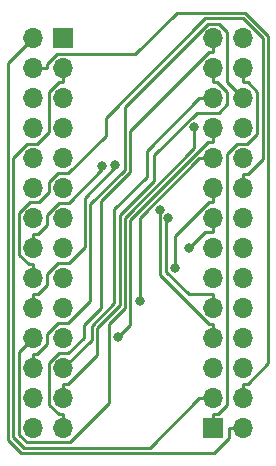
<source format=gbr>
G04 #@! TF.GenerationSoftware,KiCad,Pcbnew,(5.1.5-0-10_14)*
G04 #@! TF.CreationDate,2020-10-22T20:12:41+02:00*
G04 #@! TF.ProjectId,es_twister,65735f74-7769-4737-9465-722e6b696361,rev?*
G04 #@! TF.SameCoordinates,Original*
G04 #@! TF.FileFunction,Copper,L1,Top*
G04 #@! TF.FilePolarity,Positive*
%FSLAX46Y46*%
G04 Gerber Fmt 4.6, Leading zero omitted, Abs format (unit mm)*
G04 Created by KiCad (PCBNEW (5.1.5-0-10_14)) date 2020-10-22 20:12:41*
%MOMM*%
%LPD*%
G04 APERTURE LIST*
%ADD10O,1.700000X1.700000*%
%ADD11R,1.700000X1.700000*%
%ADD12C,0.800000*%
%ADD13C,0.250000*%
G04 APERTURE END LIST*
D10*
X152400000Y-104140000D03*
X152400000Y-101600000D03*
X152400000Y-99060000D03*
X152400000Y-96520000D03*
X152400000Y-93980000D03*
X152400000Y-91440000D03*
X152400000Y-88900000D03*
X152400000Y-86360000D03*
X152400000Y-83820000D03*
X152400000Y-81280000D03*
X152400000Y-78740000D03*
X152400000Y-76200000D03*
X152400000Y-73660000D03*
X152400000Y-71120000D03*
D11*
X137160000Y-71120000D03*
D10*
X137160000Y-73660000D03*
X137160000Y-76200000D03*
X137160000Y-78740000D03*
X137160000Y-81280000D03*
X137160000Y-83820000D03*
X137160000Y-86360000D03*
X137160000Y-88900000D03*
X137160000Y-91440000D03*
X137160000Y-93980000D03*
X137160000Y-96520000D03*
X137160000Y-99060000D03*
X137160000Y-101600000D03*
X137160000Y-104140000D03*
D11*
X149860000Y-104140000D03*
D10*
X149860000Y-101600000D03*
X149860000Y-99060000D03*
X149860000Y-96520000D03*
X149860000Y-93980000D03*
X149860000Y-91440000D03*
X149860000Y-88900000D03*
X149860000Y-86360000D03*
X149860000Y-83820000D03*
X149860000Y-81280000D03*
X149860000Y-78740000D03*
X149860000Y-76200000D03*
X149860000Y-73660000D03*
X149860000Y-71120000D03*
X134620000Y-71120000D03*
X134620000Y-73660000D03*
X134620000Y-76200000D03*
X134620000Y-78740000D03*
X134620000Y-81280000D03*
X134620000Y-83820000D03*
X134620000Y-86360000D03*
X134620000Y-88900000D03*
X134620000Y-91440000D03*
X134620000Y-93980000D03*
X134620000Y-96520000D03*
X134620000Y-99060000D03*
X134620000Y-101600000D03*
X134620000Y-104140000D03*
D12*
X141762700Y-96441400D03*
X143631700Y-93342400D03*
X146620200Y-90579300D03*
X147783600Y-88900000D03*
X146063700Y-86339400D03*
X145354100Y-85634100D03*
X140484000Y-81945200D03*
X141556200Y-81885400D03*
X148250000Y-78672900D03*
D13*
X149860000Y-72295300D02*
X149492700Y-72295300D01*
X149492700Y-72295300D02*
X142807700Y-78980300D01*
X142807700Y-78980300D02*
X142807700Y-82468000D01*
X142807700Y-82468000D02*
X140361600Y-84914100D01*
X140361600Y-84914100D02*
X140361600Y-93969200D01*
X140361600Y-93969200D02*
X138896300Y-95434500D01*
X138896300Y-95434500D02*
X138896300Y-96466800D01*
X138896300Y-96466800D02*
X137573100Y-97790000D01*
X137573100Y-97790000D02*
X136765700Y-97790000D01*
X136765700Y-97790000D02*
X135984700Y-98571000D01*
X135984700Y-98571000D02*
X135984700Y-102156800D01*
X135984700Y-102156800D02*
X136792600Y-102964700D01*
X136792600Y-102964700D02*
X137160000Y-102964700D01*
X149860000Y-71120000D02*
X149860000Y-72295300D01*
X137160000Y-104140000D02*
X137160000Y-102964700D01*
X137160000Y-100424700D02*
X137527300Y-100424700D01*
X137527300Y-100424700D02*
X140022000Y-97930000D01*
X140022000Y-97930000D02*
X140022000Y-95659400D01*
X140022000Y-95659400D02*
X141937800Y-93743600D01*
X141937800Y-93743600D02*
X141937800Y-86113800D01*
X141937800Y-86113800D02*
X144871600Y-83180000D01*
X144871600Y-83180000D02*
X144871600Y-81004900D01*
X144871600Y-81004900D02*
X148471000Y-77405500D01*
X148471000Y-77405500D02*
X150355500Y-77405500D01*
X150355500Y-77405500D02*
X151035400Y-76725600D01*
X151035400Y-76725600D02*
X151035400Y-75707800D01*
X151035400Y-75707800D02*
X150162900Y-74835300D01*
X150162900Y-74835300D02*
X149860000Y-74835300D01*
X137160000Y-101600000D02*
X137160000Y-100424700D01*
X149860000Y-73660000D02*
X149860000Y-74835300D01*
X149860000Y-76200000D02*
X148684700Y-76200000D01*
X148684700Y-76200000D02*
X144262200Y-80622500D01*
X144262200Y-80622500D02*
X144262200Y-82834200D01*
X144262200Y-82834200D02*
X141487400Y-85609000D01*
X141487400Y-85609000D02*
X141487400Y-93557100D01*
X141487400Y-93557100D02*
X139571600Y-95472900D01*
X139571600Y-95472900D02*
X139571600Y-96648400D01*
X139571600Y-96648400D02*
X137160000Y-99060000D01*
X141762700Y-96441400D02*
X142838600Y-95365500D01*
X142838600Y-95365500D02*
X142838600Y-86486800D01*
X142838600Y-86486800D02*
X149410100Y-79915300D01*
X149410100Y-79915300D02*
X149860000Y-79915300D01*
X149860000Y-78740000D02*
X149860000Y-79915300D01*
X143631700Y-93342400D02*
X143631700Y-86330600D01*
X143631700Y-86330600D02*
X148682300Y-81280000D01*
X148682300Y-81280000D02*
X148684700Y-81280000D01*
X149860000Y-81280000D02*
X148684700Y-81280000D01*
X149860000Y-83820000D02*
X149860000Y-84995300D01*
X149860000Y-84995300D02*
X149492700Y-84995300D01*
X149492700Y-84995300D02*
X146620200Y-87867800D01*
X146620200Y-87867800D02*
X146620200Y-90579300D01*
X149860000Y-87535300D02*
X149148300Y-87535300D01*
X149148300Y-87535300D02*
X147783600Y-88900000D01*
X149860000Y-86360000D02*
X149860000Y-87535300D01*
X149860000Y-92804700D02*
X147819900Y-92804700D01*
X147819900Y-92804700D02*
X145885000Y-90869800D01*
X145885000Y-90869800D02*
X145885000Y-86518100D01*
X145885000Y-86518100D02*
X146063700Y-86339400D01*
X149860000Y-93980000D02*
X149860000Y-92804700D01*
X149860000Y-95344700D02*
X149492700Y-95344700D01*
X149492700Y-95344700D02*
X145325600Y-91177600D01*
X145325600Y-91177600D02*
X145325600Y-85662600D01*
X145325600Y-85662600D02*
X145354100Y-85634100D01*
X149860000Y-96520000D02*
X149860000Y-95344700D01*
X148684700Y-101600000D02*
X144469200Y-105815500D01*
X144469200Y-105815500D02*
X133860000Y-105815500D01*
X133860000Y-105815500D02*
X132943000Y-104898500D01*
X132943000Y-104898500D02*
X132943000Y-81222700D01*
X132943000Y-81222700D02*
X134061100Y-80104600D01*
X134061100Y-80104600D02*
X134919600Y-80104600D01*
X134919600Y-80104600D02*
X135984700Y-79039500D01*
X135984700Y-79039500D02*
X135984700Y-75643200D01*
X135984700Y-75643200D02*
X136792600Y-74835300D01*
X136792600Y-74835300D02*
X137160000Y-74835300D01*
X137160000Y-73660000D02*
X137160000Y-74835300D01*
X149860000Y-101600000D02*
X148684700Y-101600000D01*
X152400000Y-104140000D02*
X151224700Y-104140000D01*
X134620000Y-71120000D02*
X132490600Y-73249400D01*
X132490600Y-73249400D02*
X132490600Y-105138300D01*
X132490600Y-105138300D02*
X133621500Y-106269200D01*
X133621500Y-106269200D02*
X149903500Y-106269200D01*
X149903500Y-106269200D02*
X151224700Y-104948000D01*
X151224700Y-104948000D02*
X151224700Y-104140000D01*
X152400000Y-101600000D02*
X152400000Y-100424700D01*
X134620000Y-73660000D02*
X135795300Y-73660000D01*
X135795300Y-73660000D02*
X135795300Y-73292600D01*
X135795300Y-73292600D02*
X136603200Y-72484700D01*
X136603200Y-72484700D02*
X143274400Y-72484700D01*
X143274400Y-72484700D02*
X146790400Y-68968700D01*
X146790400Y-68968700D02*
X152558800Y-68968700D01*
X152558800Y-68968700D02*
X154540300Y-70950200D01*
X154540300Y-70950200D02*
X154540300Y-98651700D01*
X154540300Y-98651700D02*
X152767300Y-100424700D01*
X152767300Y-100424700D02*
X152400000Y-100424700D01*
X134620000Y-87724700D02*
X134987400Y-87724700D01*
X134987400Y-87724700D02*
X135795300Y-86916800D01*
X135795300Y-86916800D02*
X135795300Y-86060500D01*
X135795300Y-86060500D02*
X136806900Y-85048900D01*
X136806900Y-85048900D02*
X137611700Y-85048900D01*
X137611700Y-85048900D02*
X140483900Y-82176700D01*
X140483900Y-82176700D02*
X140483900Y-81945200D01*
X140483900Y-81945200D02*
X140484000Y-81945200D01*
X134620000Y-88900000D02*
X134620000Y-87724700D01*
X134620000Y-90264700D02*
X134252700Y-90264700D01*
X134252700Y-90264700D02*
X133441200Y-89453200D01*
X133441200Y-89453200D02*
X133441200Y-85871900D01*
X133441200Y-85871900D02*
X134317700Y-84995400D01*
X134317700Y-84995400D02*
X135145600Y-84995400D01*
X135145600Y-84995400D02*
X135984600Y-84156400D01*
X135984600Y-84156400D02*
X135984600Y-83294400D01*
X135984600Y-83294400D02*
X136729000Y-82550000D01*
X136729000Y-82550000D02*
X137606800Y-82550000D01*
X137606800Y-82550000D02*
X140752600Y-79404200D01*
X140752600Y-79404200D02*
X140752600Y-77882800D01*
X140752600Y-77882800D02*
X149190700Y-69444700D01*
X149190700Y-69444700D02*
X152397900Y-69444700D01*
X152397900Y-69444700D02*
X154053100Y-71099900D01*
X154053100Y-71099900D02*
X154053100Y-81358900D01*
X154053100Y-81358900D02*
X152767300Y-82644700D01*
X152767300Y-82644700D02*
X152400000Y-82644700D01*
X152400000Y-83820000D02*
X152400000Y-82644700D01*
X134620000Y-91440000D02*
X134620000Y-90264700D01*
X134620000Y-92804700D02*
X134987400Y-92804700D01*
X134987400Y-92804700D02*
X135795300Y-91996800D01*
X135795300Y-91996800D02*
X135795300Y-91103700D01*
X135795300Y-91103700D02*
X136729000Y-90170000D01*
X136729000Y-90170000D02*
X137632700Y-90170000D01*
X137632700Y-90170000D02*
X138983500Y-88819200D01*
X138983500Y-88819200D02*
X138983500Y-84609900D01*
X138983500Y-84609900D02*
X141556200Y-82037200D01*
X141556200Y-82037200D02*
X141556200Y-81885400D01*
X134620000Y-93980000D02*
X134620000Y-92804700D01*
X134620000Y-96520000D02*
X133444600Y-97695400D01*
X133444600Y-97695400D02*
X133444600Y-104696200D01*
X133444600Y-104696200D02*
X134091000Y-105342600D01*
X134091000Y-105342600D02*
X137693500Y-105342600D01*
X137693500Y-105342600D02*
X141019500Y-102016600D01*
X141019500Y-102016600D02*
X141019500Y-95308700D01*
X141019500Y-95308700D02*
X142388200Y-93940000D01*
X142388200Y-93940000D02*
X142388200Y-86300300D01*
X142388200Y-86300300D02*
X148250000Y-80438500D01*
X148250000Y-80438500D02*
X148250000Y-78672900D01*
X152400000Y-76200000D02*
X151035400Y-74835400D01*
X151035400Y-74835400D02*
X151035400Y-70618400D01*
X151035400Y-70618400D02*
X150313700Y-69896700D01*
X150313700Y-69896700D02*
X149385800Y-69896700D01*
X149385800Y-69896700D02*
X142357400Y-76925100D01*
X142357400Y-76925100D02*
X142357400Y-82281400D01*
X142357400Y-82281400D02*
X139461000Y-85177800D01*
X139461000Y-85177800D02*
X139461000Y-93357000D01*
X139461000Y-93357000D02*
X137568000Y-95250000D01*
X137568000Y-95250000D02*
X136699900Y-95250000D01*
X136699900Y-95250000D02*
X135795300Y-96154600D01*
X135795300Y-96154600D02*
X135795300Y-97006900D01*
X135795300Y-97006900D02*
X134917500Y-97884700D01*
X134917500Y-97884700D02*
X134620000Y-97884700D01*
X134620000Y-99060000D02*
X134620000Y-97884700D01*
X152400000Y-73660000D02*
X152400000Y-74835300D01*
X149860000Y-104140000D02*
X149860000Y-102964700D01*
X149860000Y-102964700D02*
X150227400Y-102964700D01*
X150227400Y-102964700D02*
X151035300Y-102156800D01*
X151035300Y-102156800D02*
X151035300Y-80953900D01*
X151035300Y-80953900D02*
X151884600Y-80104600D01*
X151884600Y-80104600D02*
X152708900Y-80104600D01*
X152708900Y-80104600D02*
X153575300Y-79238200D01*
X153575300Y-79238200D02*
X153575300Y-75643200D01*
X153575300Y-75643200D02*
X152767400Y-74835300D01*
X152767400Y-74835300D02*
X152400000Y-74835300D01*
M02*

</source>
